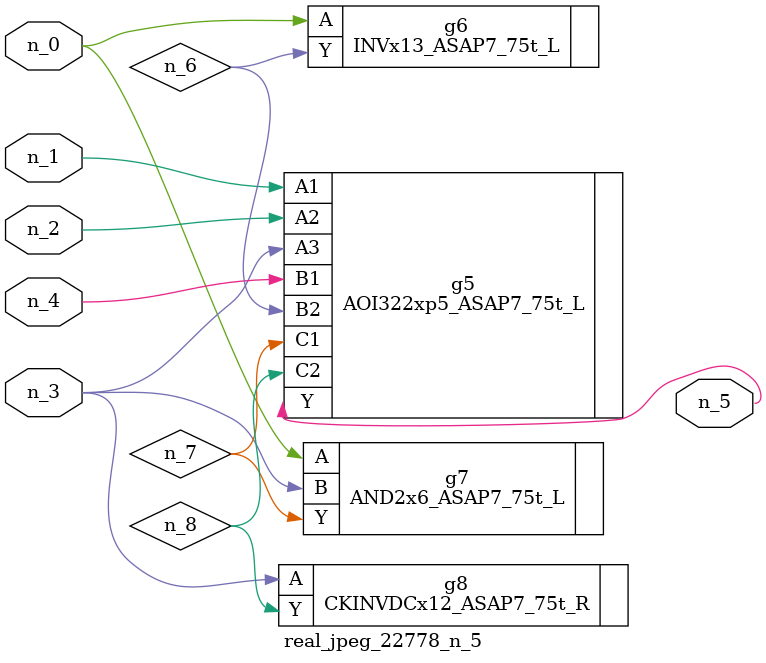
<source format=v>
module real_jpeg_22778_n_5 (n_4, n_0, n_1, n_2, n_3, n_5);

input n_4;
input n_0;
input n_1;
input n_2;
input n_3;

output n_5;

wire n_8;
wire n_6;
wire n_7;

INVx13_ASAP7_75t_L g6 ( 
.A(n_0),
.Y(n_6)
);

AND2x6_ASAP7_75t_L g7 ( 
.A(n_0),
.B(n_3),
.Y(n_7)
);

AOI322xp5_ASAP7_75t_L g5 ( 
.A1(n_1),
.A2(n_2),
.A3(n_3),
.B1(n_4),
.B2(n_6),
.C1(n_7),
.C2(n_8),
.Y(n_5)
);

CKINVDCx12_ASAP7_75t_R g8 ( 
.A(n_3),
.Y(n_8)
);


endmodule
</source>
